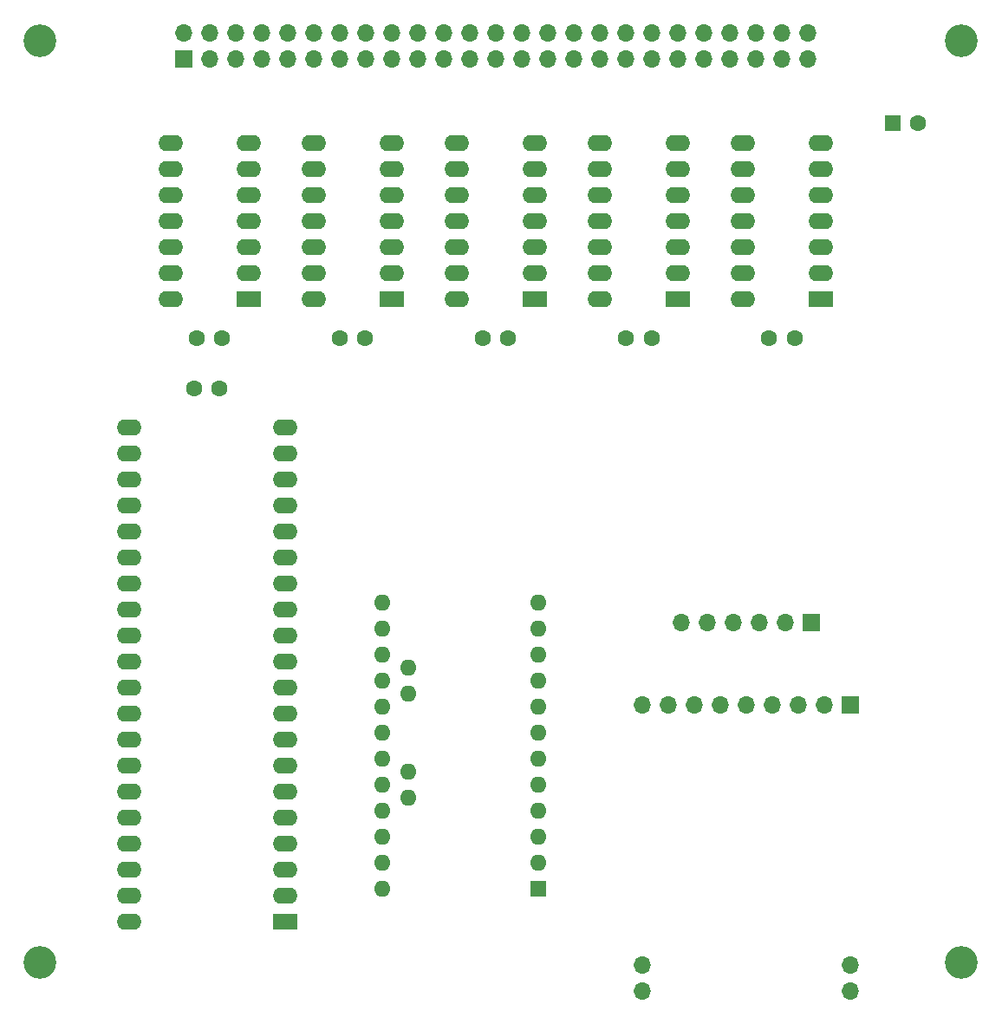
<source format=gbs>
G04 #@! TF.GenerationSoftware,KiCad,Pcbnew,(5.1.9)-1*
G04 #@! TF.CreationDate,2023-02-16T17:22:46+09:00*
G04 #@! TF.ProjectId,FM-7_SD,464d2d37-5f53-4442-9e6b-696361645f70,rev?*
G04 #@! TF.SameCoordinates,PX53920b0PY93c3260*
G04 #@! TF.FileFunction,Soldermask,Bot*
G04 #@! TF.FilePolarity,Negative*
%FSLAX46Y46*%
G04 Gerber Fmt 4.6, Leading zero omitted, Abs format (unit mm)*
G04 Created by KiCad (PCBNEW (5.1.9)-1) date 2023-02-16 17:22:46*
%MOMM*%
%LPD*%
G01*
G04 APERTURE LIST*
%ADD10C,3.200000*%
%ADD11C,1.600000*%
%ADD12R,1.600000X1.600000*%
%ADD13R,1.700000X1.700000*%
%ADD14O,1.700000X1.700000*%
%ADD15R,2.400000X1.600000*%
%ADD16O,2.400000X1.600000*%
%ADD17O,1.600000X1.600000*%
G04 APERTURE END LIST*
D10*
X5000000Y95000000D03*
X95000000Y95000000D03*
X95000000Y5000000D03*
X5000000Y5000000D03*
D11*
X20030000Y61120000D03*
X22530000Y61120000D03*
D12*
X88265000Y86995000D03*
D11*
X90765000Y86995000D03*
X22755000Y65975000D03*
X20255000Y65975000D03*
X34225000Y65975000D03*
X36725000Y65975000D03*
X48195000Y65975000D03*
X50695000Y65975000D03*
D13*
X84165000Y30201000D03*
D14*
X81625000Y30201000D03*
X79085000Y30201000D03*
X76545000Y30201000D03*
X74005000Y30201000D03*
X71465000Y30201000D03*
X68925000Y30201000D03*
X66385000Y30201000D03*
X63845000Y30201000D03*
X63845000Y2261000D03*
X63845000Y4801000D03*
X84165000Y2261000D03*
X84165000Y4801000D03*
D13*
X80355000Y38260000D03*
D14*
X77815000Y38260000D03*
X75275000Y38260000D03*
X72735000Y38260000D03*
X70195000Y38260000D03*
X67655000Y38260000D03*
D15*
X25335000Y69785000D03*
D16*
X17715000Y85025000D03*
X25335000Y72325000D03*
X17715000Y82485000D03*
X25335000Y74865000D03*
X17715000Y79945000D03*
X25335000Y77405000D03*
X17715000Y77405000D03*
X25335000Y79945000D03*
X17715000Y74865000D03*
X25335000Y82485000D03*
X17715000Y72325000D03*
X25335000Y85025000D03*
X17715000Y69785000D03*
X31685000Y69785000D03*
X39305000Y85025000D03*
X31685000Y72325000D03*
X39305000Y82485000D03*
X31685000Y74865000D03*
X39305000Y79945000D03*
X31685000Y77405000D03*
X39305000Y77405000D03*
X31685000Y79945000D03*
X39305000Y74865000D03*
X31685000Y82485000D03*
X39305000Y72325000D03*
X31685000Y85025000D03*
D15*
X39305000Y69785000D03*
X28920000Y9050000D03*
D16*
X13680000Y57310000D03*
X28920000Y11590000D03*
X13680000Y54770000D03*
X28920000Y14130000D03*
X13680000Y52230000D03*
X28920000Y16670000D03*
X13680000Y49690000D03*
X28920000Y19210000D03*
X13680000Y47150000D03*
X28920000Y21750000D03*
X13680000Y44610000D03*
X28920000Y24290000D03*
X13680000Y42070000D03*
X28920000Y26830000D03*
X13680000Y39530000D03*
X28920000Y29370000D03*
X13680000Y36990000D03*
X28920000Y31910000D03*
X13680000Y34450000D03*
X28920000Y34450000D03*
X13680000Y31910000D03*
X28920000Y36990000D03*
X13680000Y29370000D03*
X28920000Y39530000D03*
X13680000Y26830000D03*
X28920000Y42070000D03*
X13680000Y24290000D03*
X28920000Y44610000D03*
X13680000Y21750000D03*
X28920000Y47150000D03*
X13680000Y19210000D03*
X28920000Y49690000D03*
X13680000Y16670000D03*
X28920000Y52230000D03*
X13680000Y14130000D03*
X28920000Y54770000D03*
X13680000Y11590000D03*
X28920000Y57310000D03*
X13680000Y9050000D03*
D12*
X53685000Y12225000D03*
D17*
X53685000Y14765000D03*
X53685000Y17305000D03*
X38445000Y40165000D03*
X53685000Y19845000D03*
X38445000Y37625000D03*
X53685000Y22385000D03*
X38445000Y35085000D03*
X53685000Y24925000D03*
X38445000Y32545000D03*
X53685000Y27465000D03*
X38445000Y30005000D03*
X53685000Y30005000D03*
X38445000Y27465000D03*
X53685000Y32545000D03*
X38445000Y24925000D03*
X53685000Y35085000D03*
X38445000Y22385000D03*
X53685000Y37625000D03*
X38445000Y19845000D03*
X53685000Y40165000D03*
X38445000Y17305000D03*
X38445000Y14765000D03*
X38445000Y12225000D03*
X40985000Y21115000D03*
X40985000Y23655000D03*
X40985000Y31275000D03*
X40985000Y33815000D03*
D16*
X45655000Y69785000D03*
X53275000Y85025000D03*
X45655000Y72325000D03*
X53275000Y82485000D03*
X45655000Y74865000D03*
X53275000Y79945000D03*
X45655000Y77405000D03*
X53275000Y77405000D03*
X45655000Y79945000D03*
X53275000Y74865000D03*
X45655000Y82485000D03*
X53275000Y72325000D03*
X45655000Y85025000D03*
D15*
X53275000Y69785000D03*
D13*
X19050000Y93265000D03*
D14*
X19050000Y95805000D03*
X21590000Y93265000D03*
X21590000Y95805000D03*
X24130000Y93265000D03*
X24130000Y95805000D03*
X26670000Y93265000D03*
X26670000Y95805000D03*
X29210000Y93265000D03*
X29210000Y95805000D03*
X31750000Y93265000D03*
X31750000Y95805000D03*
X34290000Y93265000D03*
X34290000Y95805000D03*
X36830000Y93265000D03*
X36830000Y95805000D03*
X39370000Y93265000D03*
X39370000Y95805000D03*
X41910000Y93265000D03*
X41910000Y95805000D03*
X44450000Y93265000D03*
X44450000Y95805000D03*
X46990000Y93265000D03*
X46990000Y95805000D03*
X49530000Y93265000D03*
X49530000Y95805000D03*
X52070000Y93265000D03*
X52070000Y95805000D03*
X54610000Y93265000D03*
X54610000Y95805000D03*
X57150000Y93265000D03*
X57150000Y95805000D03*
X59690000Y93265000D03*
X59690000Y95805000D03*
X62230000Y93265000D03*
X62230000Y95805000D03*
X64770000Y93265000D03*
X64770000Y95805000D03*
X67310000Y93265000D03*
X67310000Y95805000D03*
X69850000Y93265000D03*
X69850000Y95805000D03*
X72390000Y93265000D03*
X72390000Y95805000D03*
X74930000Y93265000D03*
X74930000Y95805000D03*
X77470000Y93265000D03*
X77470000Y95805000D03*
X80010000Y93265000D03*
X80010000Y95805000D03*
D11*
X62230000Y66040000D03*
X64730000Y66040000D03*
X78700000Y66040000D03*
X76200000Y66040000D03*
D16*
X59690000Y69810000D03*
X67310000Y85050000D03*
X59690000Y72350000D03*
X67310000Y82510000D03*
X59690000Y74890000D03*
X67310000Y79970000D03*
X59690000Y77430000D03*
X67310000Y77430000D03*
X59690000Y79970000D03*
X67310000Y74890000D03*
X59690000Y82510000D03*
X67310000Y72350000D03*
X59690000Y85050000D03*
D15*
X67310000Y69810000D03*
X81280000Y69810000D03*
D16*
X73660000Y85050000D03*
X81280000Y72350000D03*
X73660000Y82510000D03*
X81280000Y74890000D03*
X73660000Y79970000D03*
X81280000Y77430000D03*
X73660000Y77430000D03*
X81280000Y79970000D03*
X73660000Y74890000D03*
X81280000Y82510000D03*
X73660000Y72350000D03*
X81280000Y85050000D03*
X73660000Y69810000D03*
M02*

</source>
